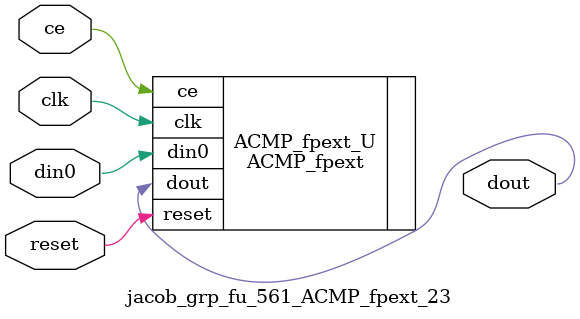
<source format=v>

`timescale 1 ns / 1 ps
module jacob_grp_fu_561_ACMP_fpext_23(
    clk,
    reset,
    ce,
    din0,
    dout);

parameter ID = 32'd1;
parameter NUM_STAGE = 32'd1;
parameter din0_WIDTH = 32'd1;
parameter dout_WIDTH = 32'd1;
input clk;
input reset;
input ce;
input[din0_WIDTH - 1:0] din0;
output[dout_WIDTH - 1:0] dout;



ACMP_fpext #(
.ID( ID ),
.NUM_STAGE( 2 ),
.din0_WIDTH( din0_WIDTH ),
.dout_WIDTH( dout_WIDTH ))
ACMP_fpext_U(
    .clk( clk ),
    .reset( reset ),
    .ce( ce ),
    .din0( din0 ),
    .dout( dout ));

endmodule

</source>
